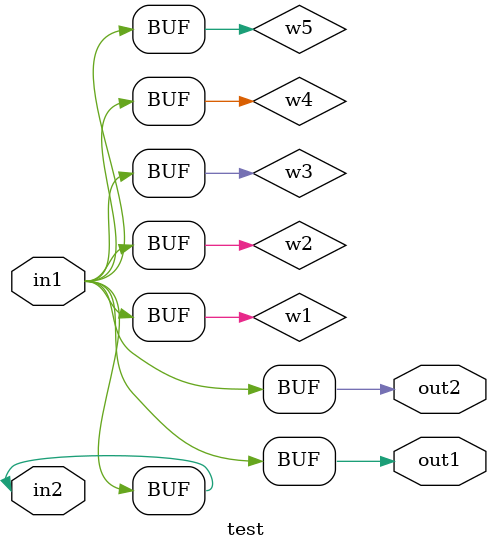
<source format=v>
module test(input in1, in2, output out1, out2);

//X shaped buffers
wire w1, w2, w3, w4, w5, w6;
assign w1 = in1;
assign w2 = in2;
assign w3 = w1;
assign w3 = w2;
assign w4 = w3;
assign w5 = w3;
assign out1 = w4;
assign out2 = w5;
endmodule

</source>
